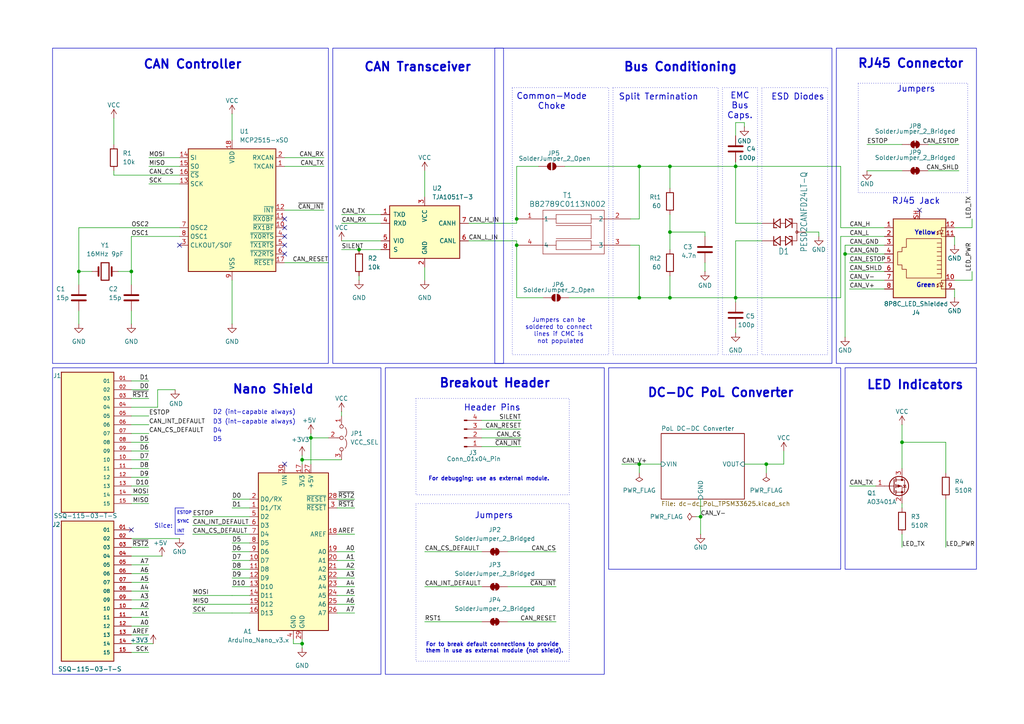
<source format=kicad_sch>
(kicad_sch (version 20250114) (generator "eeschema") (generator_version "9.0")
  (paper "A4")
  (lib_symbols
    (symbol "Connector:8P8C_LED_Shielded" (pin_names (offset 1.016))
      (property "Reference" "J" (at -5.08 13.97 0))
      (property "Value" "8P8C_LED_Shielded" (at 1.27 13.97 0))
      (symbol "8P8C_LED_Shielded_1_1"
        (pin passive line (at -10.16 10.16 0) (length 2.54) (name "~") (number "9"))
        (pin passive line (at -10.16 7.62 0) (length 2.54) (name "~") (number "10"))
        (pin passive line (at -10.16 -5.08 0) (length 2.54) (name "~") (number "11"))
        (pin passive line (at -10.16 -7.62 0) (length 2.54) (name "~") (number "12"))
        (pin passive line (at 0 -12.7 90) (length 2.54) (name "~") (number "SH"))
        (pin passive line (at 10.16 10.16 180) (length 2.54) (name "~") (number "8"))
        (pin passive line (at 10.16 7.62 180) (length 2.54) (name "~") (number "7"))
        (pin passive line (at 10.16 5.08 180) (length 2.54) (name "~") (number "6"))
        (pin passive line (at 10.16 2.54 180) (length 2.54) (name "~") (number "5"))
        (pin passive line (at 10.16 0 180) (length 2.54) (name "~") (number "4"))
        (pin passive line (at 10.16 -2.54 180) (length 2.54) (name "~") (number "3"))
        (pin passive line (at 10.16 -5.08 180) (length 2.54) (name "~") (number "2"))
        (pin passive line (at 10.16 -7.62 180) (length 2.54) (name "~") (number "1"))
      )
    )
    (symbol "Connector:Conn_01x04_Pin" (pin_names (offset 1.016) (hide yes))
      (property "Reference" "J" (at 0 5.08 0))
      (property "Value" "Conn_01x04_Pin" (at 0 -7.62 0))
      (symbol "Conn_01x04_Pin_1_1"
        (pin passive line (at 5.08 2.54 180) (length 3.81) (name "Pin_1") (number "1"))
        (pin passive line (at 5.08 0 180) (length 3.81) (name "Pin_2") (number "2"))
        (pin passive line (at 5.08 -2.54 180) (length 3.81) (name "Pin_3") (number "3"))
        (pin passive line (at 5.08 -5.08 180) (length 3.81) (name "Pin_4") (number "4"))
      )
    )
    (symbol "Device:C" (pin_numbers (hide yes)) (pin_names (offset 0.254))
      (property "Reference" "C" (at 0.635 2.54 0))
      (property "Value" "C" (at 0.635 -2.54 0))
      (symbol "C_1_1"
        (pin passive line (at 0 3.81 270) (length 2.794) (name "~") (number "1"))
        (pin passive line (at 0 -3.81 90) (length 2.794) (name "~") (number "2"))
      )
    )
    (symbol "Device:Crystal" (pin_numbers (hide yes)) (pin_names (offset 1.016) (hide yes))
      (property "Reference" "Y" (at 0 3.81 0))
      (property "Value" "Crystal" (at 0 -3.81 0))
      (symbol "Crystal_1_1"
        (pin passive line (at -3.81 0 0) (length 1.27) (name "1") (number "1"))
        (pin passive line (at 3.81 0 180) (length 1.27) (name "2") (number "2"))
      )
    )
    (symbol "Device:R" (pin_numbers (hide yes)) (pin_names (offset 0))
      (property "Reference" "R" (at 2.032 0 90))
      (property "Value" "R" (at 0 0 90))
      (symbol "R_1_1"
        (pin passive line (at 0 3.81 270) (length 1.27) (name "~") (number "1"))
        (pin passive line (at 0 -3.81 90) (length 1.27) (name "~") (number "2"))
      )
    )
    (symbol "Interface_CAN_LIN:MCP2515-xSO"
      (property "Reference" "U" (at -10.16 19.685 0))
      (property "Value" "MCP2515-xSO" (at 19.05 20.32 0))
      (symbol "MCP2515-xSO_1_1"
        (pin input line (at -15.24 15.24 0) (length 2.54) (name "SI") (number "14"))
        (pin output line (at -15.24 12.7 0) (length 2.54) (name "SO") (number "15"))
        (pin input line (at -15.24 10.16 0) (length 2.54) (name "~{CS}") (number "16"))
        (pin input line (at -15.24 7.62 0) (length 2.54) (name "SCK") (number "13"))
        (pin output line (at -15.24 -5.08 0) (length 2.54) (name "OSC2") (number "7"))
        (pin input line (at -15.24 -7.62 0) (length 2.54) (name "OSC1") (number "8"))
        (pin output line (at -15.24 -10.16 0) (length 2.54) (name "CLKOUT/SOF") (number "3"))
        (pin power_in line (at 0 20.32 270) (length 2.54) (name "VDD") (number "18"))
        (pin power_in line (at 0 -20.32 90) (length 2.54) (name "VSS") (number "9"))
        (pin input line (at 15.24 15.24 180) (length 2.54) (name "RXCAN") (number "2"))
        (pin output line (at 15.24 12.7 180) (length 2.54) (name "TXCAN") (number "1"))
        (pin output line (at 15.24 0 180) (length 2.54) (name "~{INT}") (number "12"))
        (pin output line (at 15.24 -2.54 180) (length 2.54) (name "~{RX0BF}") (number "11"))
        (pin output line (at 15.24 -5.08 180) (length 2.54) (name "~{RX1BF}") (number "10"))
        (pin input line (at 15.24 -7.62 180) (length 2.54) (name "~{TX0RTS}") (number "4"))
        (pin input line (at 15.24 -10.16 180) (length 2.54) (name "~{TX1RTS}") (number "5"))
        (pin input line (at 15.24 -12.7 180) (length 2.54) (name "~{TX2RTS}") (number "6"))
        (pin input line (at 15.24 -15.24 180) (length 2.54) (name "~{RESET}") (number "17"))
      )
    )
    (symbol "Interface_CAN_LIN:TJA1051T-3" (pin_names (offset 1.016))
      (property "Reference" "U" (at -10.16 8.89 0))
      (property "Value" "TJA1051T-3" (at 1.27 8.89 0))
      (symbol "TJA1051T-3_1_1"
        (pin input line (at -12.7 5.08 0) (length 2.54) (name "TXD") (number "1"))
        (pin output line (at -12.7 2.54 0) (length 2.54) (name "RXD") (number "4"))
        (pin power_in line (at -12.7 -2.54 0) (length 2.54) (name "VIO") (number "5"))
        (pin input line (at -12.7 -5.08 0) (length 2.54) (name "S") (number "8"))
        (pin power_in line (at 0 10.16 270) (length 2.54) (name "VCC") (number "3"))
        (pin power_in line (at 0 -10.16 90) (length 2.54) (name "GND") (number "2"))
        (pin bidirectional line (at 12.7 2.54 180) (length 2.54) (name "CANH") (number "7"))
        (pin bidirectional line (at 12.7 -2.54 180) (length 2.54) (name "CANL") (number "6"))
      )
    )
    (symbol "Jumper:Jumper_3_Open" (pin_names (offset 0) (hide yes)) (in_bom no)
      (property "Reference" "JP" (at -2.54 -2.54 0))
      (property "Value" "Jumper_3_Open" (at 0 2.794 0))
      (symbol "Jumper_3_Open_1_1"
        (pin passive line (at -6.35 0 0) (length 2.54) (name "A") (number "1"))
        (pin passive line (at 0 -3.81 90) (length 2.54) (name "C") (number "2"))
        (pin passive line (at 6.35 0 180) (length 2.54) (name "B") (number "3"))
      )
    )
    (symbol "Jumper:SolderJumper_2_Bridged" (pin_numbers (hide yes)) (pin_names (offset 0) (hide yes)) (exclude_from_sim yes) (in_bom no)
      (property "Reference" "JP" (at 0 2.032 0))
      (property "Value" "SolderJumper_2_Bridged" (at 0 -2.54 0))
      (symbol "SolderJumper_2_Bridged_1_1"
        (pin passive line (at -3.81 0 0) (length 2.54) (name "A") (number "1"))
        (pin passive line (at 3.81 0 180) (length 2.54) (name "B") (number "2"))
      )
    )
    (symbol "Jumper:SolderJumper_2_Open" (pin_numbers (hide yes)) (pin_names (offset 0) (hide yes)) (in_bom no)
      (property "Reference" "JP" (at 0 2.032 0))
      (property "Value" "SolderJumper_2_Open" (at 0 -2.54 0))
      (symbol "SolderJumper_2_Open_1_1"
        (pin passive line (at -3.81 0 0) (length 2.54) (name "A") (number "1"))
        (pin passive line (at 3.81 0 180) (length 2.54) (name "B") (number "2"))
      )
    )
    (symbol "MCU_Module:Arduino_Nano_v3.x"
      (property "Reference" "A" (at -10.16 23.495 0))
      (property "Value" "Arduino_Nano_v3.x" (at 5.08 -24.13 0))
      (symbol "Arduino_Nano_v3.x_1_1"
        (pin bidirectional line (at -12.7 15.24 0) (length 2.54) (name "D0/RX") (number "2"))
        (pin bidirectional line (at -12.7 12.7 0) (length 2.54) (name "D1/TX") (number "1"))
        (pin bidirectional line (at -12.7 10.16 0) (length 2.54) (name "D2") (number "5"))
        (pin bidirectional line (at -12.7 7.62 0) (length 2.54) (name "D3") (number "6"))
        (pin bidirectional line (at -12.7 5.08 0) (length 2.54) (name "D4") (number "7"))
        (pin bidirectional line (at -12.7 2.54 0) (length 2.54) (name "D5") (number "8"))
        (pin bidirectional line (at -12.7 0 0) (length 2.54) (name "D6") (number "9"))
        (pin bidirectional line (at -12.7 -2.54 0) (length 2.54) (name "D7") (number "10"))
        (pin bidirectional line (at -12.7 -5.08 0) (length 2.54) (name "D8") (number "11"))
        (pin bidirectional line (at -12.7 -7.62 0) (length 2.54) (name "D9") (number "12"))
        (pin bidirectional line (at -12.7 -10.16 0) (length 2.54) (name "D10") (number "13"))
        (pin bidirectional line (at -12.7 -12.7 0) (length 2.54) (name "D11") (number "14"))
        (pin bidirectional line (at -12.7 -15.24 0) (length 2.54) (name "D12") (number "15"))
        (pin bidirectional line (at -12.7 -17.78 0) (length 2.54) (name "D13") (number "16"))
        (pin power_in line (at -2.54 25.4 270) (length 2.54) (name "VIN") (number "30"))
        (pin power_in line (at 0 -25.4 90) (length 2.54) (name "GND") (number "4"))
        (pin power_out line (at 2.54 25.4 270) (length 2.54) (name "3V3") (number "17"))
        (pin power_in line (at 2.54 -25.4 90) (length 2.54) (name "GND") (number "29"))
        (pin power_out line (at 5.08 25.4 270) (length 2.54) (name "+5V") (number "27"))
        (pin input line (at 12.7 15.24 180) (length 2.54) (name "~{RESET}") (number "28"))
        (pin input line (at 12.7 12.7 180) (length 2.54) (name "~{RESET}") (number "3"))
        (pin input line (at 12.7 5.08 180) (length 2.54) (name "AREF") (number "18"))
        (pin bidirectional line (at 12.7 0 180) (length 2.54) (name "A0") (number "19"))
        (pin bidirectional line (at 12.7 -2.54 180) (length 2.54) (name "A1") (number "20"))
        (pin bidirectional line (at 12.7 -5.08 180) (length 2.54) (name "A2") (number "21"))
        (pin bidirectional line (at 12.7 -7.62 180) (length 2.54) (name "A3") (number "22"))
        (pin bidirectional line (at 12.7 -10.16 180) (length 2.54) (name "A4") (number "23"))
        (pin bidirectional line (at 12.7 -12.7 180) (length 2.54) (name "A5") (number "24"))
        (pin bidirectional line (at 12.7 -15.24 180) (length 2.54) (name "A6") (number "25"))
        (pin bidirectional line (at 12.7 -17.78 180) (length 2.54) (name "A7") (number "26"))
      )
    )
    (symbol "Transistor_FET:AO3401A" (pin_names (hide yes))
      (property "Reference" "Q" (at 5.08 1.905 0))
      (property "Value" "AO3401A" (at 5.08 0 0))
      (symbol "AO3401A_1_1"
        (pin input line (at -5.08 0 0) (length 2.54) (name "G") (number "1"))
        (pin passive line (at 2.54 5.08 270) (length 2.54) (name "D") (number "3"))
        (pin passive line (at 2.54 -5.08 90) (length 2.54) (name "S") (number "2"))
      )
    )
    (symbol "kml-custom:B82789C0113N002" (pin_names (offset 0.254))
      (property "Reference" "U" (at 20.32 7.62 0))
      (property "Value" "B82789C0113N002" (at 20.32 5.08 0))
      (symbol "B82789C0113N002_0_1"
        (pin unspecified line (at 3.81 0 0) (length 7.62) (name "1") (number "1"))
        (pin unspecified line (at 3.81 -7.62 0) (length 7.62) (name "4") (number "4"))
        (pin unspecified line (at 36.83 0 180) (length 7.62) (name "2") (number "2"))
        (pin unspecified line (at 36.83 -7.62 180) (length 7.62) (name "3") (number "3"))
      )
    )
    (symbol "kml-custom:PESD2CANFD24LT-Q"
      (property "Reference" "D1" (at -5.08 5.08 0))
      (property "Value" "PESD2CANFD24LT-Q" (at -5.08 -7.62 0))
      (symbol "PESD2CANFD24LT-Q_1_0"
        (pin passive line (at -7.62 2.54 0) (length 2.54) (name "1") (number "1"))
        (pin passive line (at -7.62 -2.54 0) (length 2.54) (name "2") (number "2"))
        (pin passive line (at 5.08 0 180) (length 2.54) (name "3") (number "3"))
      )
    )
    (symbol "kml-custom:SSQ-115-03-T-S" (pin_names (offset 1.016))
      (property "Reference" "J" (at -8.12 20.32 0))
      (property "Value" "SSQ-115-03-T-S" (at -7.62 -22.86 0))
      (symbol "SSQ-115-03-T-S_0_0"
        (pin passive line (at -12.7 17.78 0) (length 5.08) (name "01") (number "01"))
        (pin passive line (at -12.7 15.24 0) (length 5.08) (name "02") (number "02"))
        (pin passive line (at -12.7 12.7 0) (length 5.08) (name "03") (number "03"))
        (pin passive line (at -12.7 10.16 0) (length 5.08) (name "04") (number "04"))
        (pin passive line (at -12.7 7.62 0) (length 5.08) (name "05") (number "05"))
        (pin passive line (at -12.7 5.08 0) (length 5.08) (name "06") (number "06"))
        (pin passive line (at -12.7 2.54 0) (length 5.08) (name "07") (number "07"))
        (pin passive line (at -12.7 0 0) (length 5.08) (name "08") (number "08"))
        (pin passive line (at -12.7 -2.54 0) (length 5.08) (name "09") (number "09"))
        (pin passive line (at -12.7 -5.08 0) (length 5.08) (name "10") (number "10"))
        (pin passive line (at -12.7 -7.62 0) (length 5.08) (name "11") (number "11"))
        (pin passive line (at -12.7 -10.16 0) (length 5.08) (name "12") (number "12"))
        (pin passive line (at -12.7 -12.7 0) (length 5.08) (name "13") (number "13"))
        (pin passive line (at -12.7 -15.24 0) (length 5.08) (name "14") (number "14"))
        (pin passive line (at -12.7 -17.78 0) (length 5.08) (name "15") (number "15"))
      )
    )
    (symbol "power:+3V3" (power) (pin_numbers (hide yes)) (pin_names (offset 0) (hide yes))
      (property "Value" "+3V3" (at 0 3.556 0))
      (symbol "+3V3_1_1"
        (pin power_in line (at 0 0 90) (length 0) (name "~") (number "1"))
      )
    )
    (symbol "power:+5V" (power) (pin_numbers (hide yes)) (pin_names (offset 0) (hide yes))
      (property "Value" "+5V" (at 0 3.556 0))
      (symbol "+5V_1_1"
        (pin power_in line (at 0 0 90) (length 0) (name "~") (number "1"))
      )
    )
    (symbol "power:GND" (power) (pin_numbers (hide yes)) (pin_names (offset 0) (hide yes))
      (property "Value" "GND" (at 0 -3.81 0))
      (symbol "GND_1_1"
        (pin power_in line (at 0 0 270) (length 0) (name "~") (number "1"))
      )
    )
    (symbol "power:PWR_FLAG" (power) (pin_numbers (hide yes)) (pin_names (offset 0) (hide yes))
      (property "Value" "PWR_FLAG" (at 0 3.81 0))
      (symbol "PWR_FLAG_0_0"
        (pin power_out line (at 0 0 90) (length 0) (name "~") (number "1"))
      )
    )
    (symbol "power:VCC" (power) (pin_numbers (hide yes)) (pin_names (offset 0) (hide yes))
      (property "Value" "VCC" (at 0 3.556 0))
      (symbol "VCC_1_1"
        (pin power_in line (at 0 0 90) (length 0) (name "~") (number "1"))
      )
    )
  )
  (rectangle (start 96.52 13.97) (end 146.05 105.41))
  (rectangle (start 176.53 106.68) (end 243.84 165.1))
  (rectangle (start 143.51 13.97) (end 241.3 105.41))
  (rectangle (start 177.8 25.4) (end 208.28 102.87) (stroke (width 0) (type dot)))
  (rectangle (start 242.57 13.97) (end 283.21 105.41))
  (rectangle (start 148.59 25.4) (end 176.53 102.87) (stroke (width 0) (type dot)))
  (rectangle (start 111.76 106.68) (end 175.26 195.58))
  (rectangle (start 220.98 25.4) (end 240.03 102.87) (stroke (width 0) (type dot)))
  (rectangle (start 245.11 106.68) (end 283.21 165.1))
  (rectangle (start 120.65 115.57) (end 165.1 143.51) (stroke (width 0) (type dot)))
  (rectangle (start 15.24 13.97) (end 95.25 105.41))
  (rectangle (start 15.24 106.68) (end 110.49 195.58))
  (rectangle (start 120.65 146.05) (end 165.1 191.77) (stroke (width 0) (type dot)))
  (rectangle (start 248.92 24.13) (end 280.67 55.88) (stroke (width 0) (type dot)))
  (rectangle (start 209.55 25.4) (end 219.71 102.87) (stroke (width 0) (type dot)))
  (text "Header Pins" (at 142.748 118.364 0) (effects (font (size 1.778 1.778) (thickness 0.2223))))
  (text "EMC\nBus\nCaps." (at 214.63 30.734 0) (effects (font (size 1.778 1.778) (thickness 0.2223))))
  (text "ESTOP" (at 51.308 148.844 0) (effects (font (size 0.889 0.889)) (justify left)))
  (text "For debugging; use as external module." (at 124.206 138.938 0) (effects (font (size 1.143 1.143) (thickness 0.2223)) (justify left)))
  (text "Slice:" (at 44.704 152.654 0) (effects (font (size 1.27 1.27)) (justify left)))
  (text "D5" (at 61.722 127.508 0) (effects (font (size 1.27 1.27)) (justify left)))
  (text "RJ45 Jack" (at 265.684 58.42 0) (effects (font (size 1.778 1.778) (thickness 0.2223))))
  (text "D4" (at 61.722 124.968 0) (effects (font (size 1.27 1.27)) (justify left)))
  (text "Bus Conditioning" (at 197.358 19.558 0) (effects (font (size 2.54 2.54) (thickness 0.508) (bold yes))))
  (text "Breakout Header" (at 143.51 111.252 0) (effects (font (size 2.54 2.54) (thickness 0.508) (bold yes))))
  (text "INT" (at 51.308 154.178 0) (effects (font (size 0.889 0.889)) (justify left)))
  (text "Jumpers" (at 143.256 149.606 0) (effects (font (size 1.778 1.778) (thickness 0.2223))))
  (text "CAN Controller" (at 55.88 18.796 0) (effects (font (size 2.54 2.54) (thickness 0.508) (bold yes))))
  (text "ESD Diodes" (at 231.394 28.194 0) (effects (font (size 1.778 1.778) (thickness 0.2223))))
  (text "For to break default connections to provide\nthem in use as external module (not shield)." (at 123.444 187.96 0) (effects (font (size 1.143 1.143) (thickness 0.2223)) (justify left)))
  (text "D3 (int-capable always)" (at 61.722 122.428 0) (effects (font (size 1.27 1.27)) (justify left)))
  (text "Split Termination" (at 191.008 28.194 0) (effects (font (size 1.778 1.778) (thickness 0.2223))))
  (text "SYNC" (at 51.308 151.384 0) (effects (font (size 0.889 0.889)) (justify left)))
  (text "Jumpers" (at 265.684 25.908 0) (effects (font (size 1.778 1.778) (thickness 0.2223))))
  (text "CAN Transceiver" (at 121.158 19.558 0) (effects (font (size 2.54 2.54) (thickness 0.508) (bold yes))))
  (text "RJ45 Connector" (at 264.16 18.542 0) (effects (font (size 2.54 2.54) (thickness 0.508) (bold yes))))
  (text "LED Indicators" (at 265.43 111.76 0) (effects (font (size 2.54 2.54) (thickness 0.508) (bold yes))))
  (text "CAN-Nano Configuration - Pinout for RJ45 connector\n\n+-----------------------------------------------------+\n| Pin | Signal		| Description                            \n+-----------------------------------------------------+\n| 1   | CAN_H		| CAN_H bus line (dominant high)           \n| 2   | CAN_L		| CAN_L bus line (dominant low)          \n| 3   | CAN_GND		| Ground / 0 V / V-                      \n| 4   | -			| SYNC pin connected to MCU                              \n| 5   | -			| ESTOP pin connected to MCU                                 \n| 6   | (CAN_SHLD)	| Optional (selectable*) CAN Shield                      \n| 7   | (GND)     	| VBUS ground                          \n| 8   | (CAN_V+)  	| VBUS +12V or +24V     \n+-----------------------------------------------------+\n\n* Shielding should be selectable as sometimes it is desirable to disconnect \n  the shield as it can create ground loops in large or complex setups" (at 300.482 86.36 0) (effects (font (size 1.27 1.27)) (justify left)))
  (text "Yellow" (at 265.176 68.326 0) (effects (font (size 1.27 1.27) (bold yes)) (justify left bottom)))
  (text "D2 (int-capable always)" (at 61.722 119.634 0) (effects (font (size 1.27 1.27)) (justify left)))
  (text "DC-DC PoL Converter" (at 209.042 114.046 0) (effects (font (size 2.54 2.54) (thickness 0.508) (bold yes))))
  (text "Jumpers can be \nsoldered to connect \nlines if CMC is \nnot populated" (at 162.56 96.012 0) (effects (font (size 1.27 1.27))))
  (text "Common-Mode\nChoke" (at 160.02 29.464 0) (effects (font (size 1.778 1.778) (thickness 0.2223))))
  (text "Table 7 - Pinout for RJ45 connector\n\n+----------------------------------------------------+\n| Pin | Signal		| Description                            \n+----------------------------------------------------+\n| 1   | CAN_H		| CAN_H bus line (dominant high)           \n| 2   | CAN_L		| CAN_L bus line (dominant low)          \n| 3   | CAN_GND		| Ground / 0 V / V-                      \n| 4   | -			| Reserved                               \n| 5   | -			| Reserved                                  \n| 6   | (CAN_SHLD)	| Optional CAN Shield                      \n| 7   | (GND)     	| Optional ground                          \n| 8   | (CAN_V+)  	| Optional CAN external positive supply     \n+----------------------------------------------------+\n\n© CiA 2017 - All rights reserved\n" (at 300.482 42.164 0) (effects (font (size 1.27 1.27)) (justify left)))
  (text "Nano Shield" (at 79.248 113.03 0) (effects (font (size 2.54 2.54) (thickness 0.508) (bold yes))))
  (text "Green" (at 265.684 83.566 0) (effects (font (size 1.27 1.27) (bold yes)) (justify left bottom)))
  (junction (at 87.63 133.35))
  (junction (at 185.42 86.36))
  (junction (at 194.31 48.26))
  (junction (at 261.62 128.27))
  (junction (at 90.17 127))
  (junction (at 245.11 73.66))
  (junction (at 213.36 48.26))
  (junction (at 149.86 63.5))
  (junction (at 104.14 72.39))
  (junction (at 87.63 186.69))
  (junction (at 222.25 134.62))
  (junction (at 22.86 78.74))
  (junction (at 194.31 86.36))
  (junction (at 185.42 48.26))
  (junction (at 149.86 71.12))
  (junction (at 213.36 86.36))
  (junction (at 38.1 78.74))
  (junction (at 185.42 134.62))
  (junction (at 194.31 67.31))
  (junction (at 203.2 149.86))
  (no_connect (at 82.55 71.12))
  (no_connect (at 38.1 153.67))
  (no_connect (at 266.7 60.96))
  (no_connect (at 82.55 66.04))
  (no_connect (at 82.55 73.66))
  (no_connect (at 82.55 134.62))
  (no_connect (at 82.55 68.58))
  (no_connect (at 82.55 63.5))
  (no_connect (at 52.07 71.12))
  (wire (pts (xy 246.38 83.82) (xy 256.54 83.82)))
  (wire (pts (xy 38.1 158.75) (xy 43.18 158.75)))
  (wire (pts (xy 43.18 45.72) (xy 52.07 45.72)))
  (wire (pts (xy 22.86 90.17) (xy 22.86 93.98)))
  (wire (pts (xy 245.11 71.12) (xy 256.54 71.12)))
  (wire (pts (xy 261.62 128.27) (xy 261.62 135.89)))
  (wire (pts (xy 246.38 81.28) (xy 256.54 81.28)))
  (wire (pts (xy 104.14 72.39) (xy 110.49 72.39)))
  (wire (pts (xy 102.87 175.26) (xy 97.79 175.26)))
  (wire (pts (xy 194.31 67.31) (xy 194.31 72.39)))
  (polyline (pts (xy 50.8 154.94) (xy 50.8 147.32)))
  (wire (pts (xy 237.49 68.58) (xy 237.49 67.31)))
  (wire (pts (xy 269.24 41.91) (xy 278.13 41.91)) (stroke (width 0.1524)))
  (wire (pts (xy 213.36 48.26) (xy 213.36 46.99)))
  (wire (pts (xy 43.18 48.26) (xy 52.07 48.26)))
  (wire (pts (xy 261.62 123.19) (xy 261.62 128.27)))
  (wire (pts (xy 43.18 120.65) (xy 38.1 120.65)))
  (wire (pts (xy 87.63 133.35) (xy 87.63 134.62)))
  (wire (pts (xy 213.36 69.85) (xy 220.98 69.85)))
  (wire (pts (xy 99.06 62.23) (xy 110.49 62.23)))
  (wire (pts (xy 261.62 146.05) (xy 261.62 147.32)))
  (wire (pts (xy 149.86 48.26) (xy 149.86 63.5)))
  (wire (pts (xy 38.1 82.55) (xy 38.1 78.74)))
  (wire (pts (xy 38.1 90.17) (xy 38.1 93.98)))
  (wire (pts (xy 33.02 50.8) (xy 52.07 50.8)))
  (wire (pts (xy 90.17 127) (xy 90.17 134.62)))
  (wire (pts (xy 102.87 154.94) (xy 97.79 154.94)))
  (wire (pts (xy 102.87 172.72) (xy 97.79 172.72)))
  (wire (pts (xy 87.63 133.35) (xy 99.06 133.35)))
  (wire (pts (xy 102.87 162.56) (xy 97.79 162.56)))
  (wire (pts (xy 67.31 165.1) (xy 72.39 165.1)))
  (wire (pts (xy 185.42 63.5) (xy 182.88 63.5)))
  (wire (pts (xy 43.18 140.97) (xy 38.1 140.97)))
  (wire (pts (xy 55.88 172.72) (xy 67.31 172.72)) (stroke (width 0.1524)))
  (wire (pts (xy 38.1 161.29) (xy 46.99 161.29)))
  (wire (pts (xy 204.47 67.31) (xy 204.47 68.58)))
  (wire (pts (xy 85.09 186.69) (xy 85.09 185.42)))
  (wire (pts (xy 185.42 71.12) (xy 185.42 86.36)))
  (wire (pts (xy 139.7 170.18) (xy 123.19 170.18)) (stroke (width 0.1524)))
  (wire (pts (xy 87.63 132.08) (xy 87.63 133.35)))
  (polyline (pts (xy 50.8 147.32) (xy 53.34 147.32)))
  (wire (pts (xy 274.32 144.78) (xy 274.32 158.75)))
  (wire (pts (xy 55.88 175.26) (xy 67.31 175.26)) (stroke (width 0.1524)))
  (wire (pts (xy 276.86 71.12) (xy 276.86 68.58)))
  (wire (pts (xy 43.18 128.27) (xy 38.1 128.27)))
  (wire (pts (xy 147.32 170.18) (xy 161.29 170.18)) (stroke (width 0.1524)))
  (wire (pts (xy 276.86 86.36) (xy 276.86 83.82)))
  (wire (pts (xy 22.86 78.74) (xy 22.86 82.55)) (stroke (width 0.1524)))
  (wire (pts (xy 261.62 128.27) (xy 274.32 128.27)))
  (wire (pts (xy 215.9 35.56) (xy 215.9 36.83)))
  (wire (pts (xy 102.87 177.8) (xy 97.79 177.8)))
  (wire (pts (xy 243.84 68.58) (xy 243.84 86.36)))
  (wire (pts (xy 194.31 80.01) (xy 194.31 86.36)))
  (wire (pts (xy 194.31 67.31) (xy 204.47 67.31)))
  (wire (pts (xy 149.86 63.5) (xy 149.86 64.77)))
  (wire (pts (xy 102.87 165.1) (xy 97.79 165.1)))
  (wire (pts (xy 215.9 35.56) (xy 213.36 35.56)))
  (wire (pts (xy 213.36 95.25) (xy 213.36 96.52)))
  (wire (pts (xy 67.31 157.48) (xy 72.39 157.48)))
  (wire (pts (xy 185.42 134.62) (xy 191.77 134.62)))
  (wire (pts (xy 43.18 113.03) (xy 38.1 113.03)))
  (wire (pts (xy 274.32 128.27) (xy 274.32 137.16)))
  (wire (pts (xy 281.94 66.04) (xy 276.86 66.04)))
  (wire (pts (xy 151.13 121.92) (xy 139.7 121.92)))
  (polyline (pts (xy 53.34 154.94) (xy 50.8 154.94)))
  (wire (pts (xy 43.18 176.53) (xy 38.1 176.53)))
  (wire (pts (xy 243.84 66.04) (xy 256.54 66.04)))
  (wire (pts (xy 204.47 76.2) (xy 204.47 78.74)))
  (wire (pts (xy 55.88 152.4) (xy 72.39 152.4)))
  (wire (pts (xy 22.86 66.04) (xy 52.07 66.04)) (stroke (width 0.1524)))
  (wire (pts (xy 185.42 86.36) (xy 194.31 86.36)))
  (wire (pts (xy 104.14 81.28) (xy 104.14 80.01)))
  (wire (pts (xy 185.42 71.12) (xy 182.88 71.12)))
  (wire (pts (xy 45.72 113.03) (xy 45.72 118.11)))
  (wire (pts (xy 43.18 166.37) (xy 38.1 166.37)))
  (wire (pts (xy 67.31 177.8) (xy 72.39 177.8)))
  (wire (pts (xy 139.7 180.34) (xy 123.19 180.34)) (stroke (width 0.1524)))
  (wire (pts (xy 147.32 160.02) (xy 161.29 160.02)) (stroke (width 0.1524)))
  (wire (pts (xy 194.31 62.23) (xy 194.31 67.31)))
  (wire (pts (xy 67.31 167.64) (xy 72.39 167.64)))
  (wire (pts (xy 163.83 48.26) (xy 185.42 48.26)))
  (wire (pts (xy 203.2 149.86) (xy 203.2 144.78)))
  (wire (pts (xy 222.25 137.16) (xy 222.25 134.62)))
  (wire (pts (xy 67.31 172.72) (xy 72.39 172.72)))
  (wire (pts (xy 90.17 127) (xy 95.25 127)))
  (wire (pts (xy 43.18 125.73) (xy 38.1 125.73)))
  (wire (pts (xy 261.62 154.94) (xy 261.62 158.75)))
  (wire (pts (xy 194.31 86.36) (xy 213.36 86.36)))
  (wire (pts (xy 43.18 173.99) (xy 38.1 173.99)))
  (wire (pts (xy 67.31 33.02) (xy 67.31 40.64)))
  (wire (pts (xy 269.24 49.53) (xy 278.13 49.53)) (stroke (width 0.1524)))
  (wire (pts (xy 43.18 163.83) (xy 38.1 163.83)))
  (wire (pts (xy 185.42 48.26) (xy 185.42 63.5)))
  (wire (pts (xy 55.88 177.8) (xy 67.31 177.8)) (stroke (width 0.1524)))
  (wire (pts (xy 67.31 162.56) (xy 72.39 162.56)))
  (wire (pts (xy 95.25 76.2) (xy 82.55 76.2)))
  (wire (pts (xy 135.89 64.77) (xy 149.86 64.77)))
  (wire (pts (xy 261.62 49.53) (xy 251.46 49.53)) (stroke (width 0.1524)))
  (wire (pts (xy 213.36 64.77) (xy 220.98 64.77)))
  (wire (pts (xy 123.19 77.47) (xy 123.19 81.28)))
  (wire (pts (xy 33.02 34.29) (xy 33.02 41.91)))
  (wire (pts (xy 99.06 72.39) (xy 104.14 72.39)))
  (wire (pts (xy 99.06 64.77) (xy 110.49 64.77)))
  (wire (pts (xy 55.88 149.86) (xy 72.39 149.86)))
  (wire (pts (xy 38.1 186.69) (xy 44.45 186.69)))
  (wire (pts (xy 43.18 133.35) (xy 38.1 133.35)))
  (wire (pts (xy 38.1 78.74) (xy 34.29 78.74)))
  (wire (pts (xy 245.11 73.66) (xy 245.11 71.12)))
  (wire (pts (xy 38.1 68.58) (xy 38.1 78.74)) (stroke (width 0.1524)))
  (wire (pts (xy 245.11 73.66) (xy 256.54 73.66)))
  (wire (pts (xy 87.63 187.96) (xy 87.63 186.69)))
  (wire (pts (xy 135.89 69.85) (xy 149.86 69.85)))
  (wire (pts (xy 139.7 160.02) (xy 123.19 160.02)) (stroke (width 0.1524)))
  (wire (pts (xy 281.94 81.28) (xy 276.86 81.28)))
  (wire (pts (xy 227.33 130.81) (xy 227.33 134.62)))
  (wire (pts (xy 50.8 113.03) (xy 45.72 113.03)))
  (wire (pts (xy 149.86 69.85) (xy 149.86 71.12)))
  (wire (pts (xy 102.87 147.32) (xy 97.79 147.32)))
  (wire (pts (xy 246.38 76.2) (xy 256.54 76.2)))
  (wire (pts (xy 213.36 48.26) (xy 243.84 48.26)))
  (wire (pts (xy 201.93 149.86) (xy 203.2 149.86)))
  (wire (pts (xy 227.33 134.62) (xy 222.25 134.62)))
  (wire (pts (xy 82.55 45.72) (xy 93.98 45.72)))
  (wire (pts (xy 147.32 180.34) (xy 161.29 180.34)) (stroke (width 0.1524)))
  (wire (pts (xy 149.86 71.12) (xy 149.86 86.36)))
  (wire (pts (xy 149.86 86.36) (xy 157.48 86.36)))
  (wire (pts (xy 149.86 48.26) (xy 156.21 48.26)))
  (wire (pts (xy 246.38 140.97) (xy 254 140.97)))
  (wire (pts (xy 85.09 186.69) (xy 87.63 186.69)))
  (wire (pts (xy 43.18 53.34) (xy 52.07 53.34)))
  (wire (pts (xy 67.31 144.78) (xy 72.39 144.78)))
  (wire (pts (xy 38.1 189.23) (xy 43.18 189.23)))
  (wire (pts (xy 90.17 125.73) (xy 90.17 127)))
  (wire (pts (xy 82.55 48.26) (xy 93.98 48.26)))
  (wire (pts (xy 93.98 60.96) (xy 82.55 60.96)))
  (wire (pts (xy 43.18 138.43) (xy 38.1 138.43)))
  (wire (pts (xy 67.31 160.02) (xy 72.39 160.02)))
  (wire (pts (xy 33.02 49.53) (xy 33.02 50.8)))
  (wire (pts (xy 151.13 127) (xy 139.7 127)))
  (wire (pts (xy 55.88 154.94) (xy 72.39 154.94)))
  (wire (pts (xy 213.36 86.36) (xy 243.84 86.36)))
  (wire (pts (xy 43.18 130.81) (xy 38.1 130.81)))
  (wire (pts (xy 43.18 181.61) (xy 38.1 181.61)))
  (wire (pts (xy 151.13 129.54) (xy 139.7 129.54)))
  (wire (pts (xy 243.84 66.04) (xy 243.84 48.26)))
  (wire (pts (xy 38.1 123.19) (xy 43.18 123.19)))
  (wire (pts (xy 246.38 78.74) (xy 256.54 78.74)))
  (wire (pts (xy 43.18 179.07) (xy 38.1 179.07)))
  (wire (pts (xy 222.25 134.62) (xy 215.9 134.62)))
  (wire (pts (xy 102.87 144.78) (xy 97.79 144.78)))
  (wire (pts (xy 194.31 48.26) (xy 194.31 54.61)))
  (wire (pts (xy 67.31 175.26) (xy 72.39 175.26)))
  (wire (pts (xy 67.31 170.18) (xy 72.39 170.18)))
  (wire (pts (xy 185.42 137.16) (xy 185.42 134.62)))
  (wire (pts (xy 45.72 118.11) (xy 38.1 118.11)))
  (wire (pts (xy 38.1 156.21) (xy 52.07 156.21)))
  (wire (pts (xy 99.06 69.85) (xy 110.49 69.85)))
  (wire (pts (xy 203.2 149.86) (xy 203.2 154.94)))
  (wire (pts (xy 213.36 86.36) (xy 213.36 87.63)))
  (wire (pts (xy 180.34 134.62) (xy 185.42 134.62)))
  (wire (pts (xy 43.18 168.91) (xy 38.1 168.91)))
  (wire (pts (xy 67.31 93.98) (xy 67.31 81.28)))
  (wire (pts (xy 123.19 49.53) (xy 123.19 57.15)))
  (wire (pts (xy 43.18 171.45) (xy 38.1 171.45)))
  (wire (pts (xy 43.18 143.51) (xy 38.1 143.51)))
  (wire (pts (xy 102.87 160.02) (xy 97.79 160.02)))
  (wire (pts (xy 151.13 124.46) (xy 139.7 124.46)))
  (wire (pts (xy 213.36 48.26) (xy 213.36 64.77)))
  (wire (pts (xy 43.18 146.05) (xy 38.1 146.05)))
  (wire (pts (xy 22.86 78.74) (xy 26.67 78.74)) (stroke (width 0.1524)))
  (wire (pts (xy 102.87 170.18) (xy 97.79 170.18)))
  (wire (pts (xy 281.94 63.5) (xy 281.94 66.04)))
  (wire (pts (xy 38.1 68.58) (xy 52.07 68.58)) (stroke (width 0.1524)))
  (wire (pts (xy 99.06 119.38) (xy 99.06 120.65)))
  (wire (pts (xy 245.11 97.79) (xy 245.11 73.66)))
  (wire (pts (xy 87.63 185.42) (xy 87.63 186.69)))
  (wire (pts (xy 213.36 69.85) (xy 213.36 86.36)))
  (wire (pts (xy 38.1 184.15) (xy 43.18 184.15)))
  (wire (pts (xy 67.31 147.32) (xy 72.39 147.32)))
  (wire (pts (xy 243.84 68.58) (xy 256.54 68.58)))
  (wire (pts (xy 194.31 48.26) (xy 213.36 48.26)))
  (wire (pts (xy 165.1 86.36) (xy 185.42 86.36)))
  (wire (pts (xy 281.94 78.74) (xy 281.94 81.28)))
  (wire (pts (xy 43.18 110.49) (xy 38.1 110.49)))
  (wire (pts (xy 213.36 35.56) (xy 213.36 39.37)))
  (wire (pts (xy 261.62 41.91) (xy 251.46 41.91)) (stroke (width 0.1524)))
  (wire (pts (xy 185.42 48.26) (xy 194.31 48.26)))
  (wire (pts (xy 43.18 115.57) (xy 38.1 115.57)))
  (wire (pts (xy 22.86 66.04) (xy 22.86 78.74)) (stroke (width 0.1524)))
  (wire (pts (xy 102.87 167.64) (xy 97.79 167.64)))
  (wire (pts (xy 237.49 67.31) (xy 233.68 67.31)))
  (wire (pts (xy 43.18 135.89) (xy 38.1 135.89)))
  (label "~{RST1}" (at 102.87 147.32 180))
  (label "A0" (at 102.87 160.02 180))
  (label "A1" (at 43.18 179.07 180))
  (label "A3" (at 102.87 167.64 180))
  (label "CAN_GND" (at 246.38 73.66 0) (effects (font (size 1.2446 1.2446))))
  (label "A5" (at 43.18 168.91 180))
  (label "CAN_INT_DEFAULT" (at 55.88 152.4 0) (effects (font (size 1.2446 1.2446))))
  (label "LED_TX" (at 281.94 63.5 90) (effects (font (size 1.2446 1.2446))))
  (label "~{RST2}" (at 102.87 144.78 180))
  (label "CAN_CS_DEFAULT" (at 43.18 125.73 0) (effects (font (size 1.2446 1.2446))))
  (label "CAN_TX" (at 246.38 140.97 0) (effects (font (size 1.2446 1.2446))))
  (label "CAN_INT_DEFAULT" (at 123.19 170.18 0) (effects (font (size 1.2446 1.2446))))
  (label "CAN_RX" (at 93.98 45.72 180) (effects (font (size 1.2446 1.2446))))
  (label "A6" (at 102.87 175.26 180))
  (label "CAN_TX" (at 93.98 48.26 180) (effects (font (size 1.2446 1.2446))))
  (label "A0" (at 43.18 181.61 180))
  (label "D1" (at 43.18 110.49 180))
  (label "LED_PWR" (at 281.94 78.74 90) (effects (font (size 1.2446 1.2446))))
  (label "CAN_GND" (at 246.38 71.12 0) (effects (font (size 1.2446 1.2446))))
  (label "CAN_INT_DEFAULT" (at 43.18 123.19 0) (effects (font (size 1.2446 1.2446))))
  (label "~{CAN_INT}" (at 93.98 60.96 180) (effects (font (size 1.2446 1.2446))))
  (label "ESTOP" (at 55.88 149.86 0))
  (label "D5" (at 43.18 128.27 180))
  (label "CAN_SHLD" (at 278.13 49.53 180) (effects (font (size 1.2446 1.2446))))
  (label "CAN_TX" (at 99.06 62.23 0) (effects (font (size 1.2446 1.2446))))
  (label "CAN_SHLD" (at 246.38 78.74 0) (effects (font (size 1.2446 1.2446))))
  (label "A6" (at 43.18 166.37 180))
  (label "CAN_CS" (at 151.13 127 180) (effects (font (size 1.2446 1.2446))))
  (label "SCK" (at 43.18 53.34 0) (effects (font (size 1.2446 1.2446))))
  (label "A3" (at 43.18 173.99 180))
  (label "AREF" (at 102.87 154.94 180))
  (label "CAN_V+" (at 180.34 134.62 0) (effects (font (size 1.2446 1.2446))))
  (label "D6" (at 43.18 130.81 180))
  (label "D10" (at 67.31 170.18 0))
  (label "OSC1" (at 38.1 68.58 0) (effects (font (size 1.2446 1.2446))))
  (label "A7" (at 102.87 177.8 180))
  (label "A4" (at 102.87 170.18 180))
  (label "D0" (at 67.31 144.78 0))
  (label "CAN_RESET" (at 95.25 76.2 180) (effects (font (size 1.2446 1.2446))))
  (label "SCK" (at 55.88 177.8 0) (effects (font (size 1.2446 1.2446))))
  (label "D7" (at 67.31 162.56 0))
  (label "CAN_H" (at 246.38 66.04 0) (effects (font (size 1.2446 1.2446))))
  (label "MISO" (at 43.18 48.26 0) (effects (font (size 1.2446 1.2446))))
  (label "A1" (at 102.87 162.56 180))
  (label "CAN_L_IN" (at 135.89 69.85 0) (effects (font (size 1.2446 1.2446))))
  (label "CAN_CS" (at 161.29 160.02 180) (effects (font (size 1.2446 1.2446))))
  (label "D10" (at 43.18 140.97 180))
  (label "MOSI" (at 43.18 143.51 180) (effects (font (size 1.2446 1.2446))))
  (label "A2" (at 102.87 165.1 180))
  (label "CAN_ESTOP" (at 246.38 76.2 0) (effects (font (size 1.2446 1.2446))))
  (label "D5" (at 67.31 157.48 0))
  (label "A2" (at 43.18 176.53 180))
  (label "SILENT" (at 99.06 72.39 0) (effects (font (size 1.2446 1.2446))))
  (label "CAN_H_IN" (at 135.89 64.77 0) (effects (font (size 1.2446 1.2446))))
  (label "D0" (at 43.18 113.03 180))
  (label "D8" (at 67.31 165.1 0))
  (label "~{CAN_INT}" (at 161.29 170.18 180) (effects (font (size 1.2446 1.2446))))
  (label "D9" (at 43.18 138.43 180))
  (label "D8" (at 43.18 135.89 180))
  (label "OSC2" (at 38.1 66.04 0) (effects (font (size 1.2446 1.2446))))
  (label "SILENT" (at 151.13 121.92 180) (effects (font (size 1.2446 1.2446))))
  (label "SCK" (at 43.18 189.23 180) (effects (font (size 1.2446 1.2446))))
  (label "CAN_V-" (at 203.2 149.86 0) (effects (font (size 1.2446 1.2446))))
  (label "D6" (at 67.31 160.02 0))
  (label "LED_TX" (at 261.62 158.75 0) (effects (font (size 1.2446 1.2446))))
  (label "MOSI" (at 43.18 45.72 0) (effects (font (size 1.2446 1.2446))))
  (label "CAN_CS_DEFAULT" (at 55.88 154.94 0) (effects (font (size 1.2446 1.2446))))
  (label "A5" (at 102.87 172.72 180))
  (label "AREF" (at 43.18 184.15 180))
  (label "MOSI" (at 55.88 172.72 0) (effects (font (size 1.2446 1.2446))))
  (label "~{RST2}" (at 43.18 158.75 180))
  (label "D9" (at 67.31 167.64 0))
  (label "CAN_ESTOP" (at 278.13 41.91 180) (effects (font (size 1.2446 1.2446))))
  (label "MISO" (at 55.88 175.26 0) (effects (font (size 1.2446 1.2446))))
  (label "ESTOP" (at 43.18 120.65 0))
  (label "CAN_RESET" (at 151.13 124.46 180) (effects (font (size 1.2446 1.2446))))
  (label "D1" (at 67.31 147.32 0))
  (label "CAN_V-" (at 246.38 81.28 0) (effects (font (size 1.2446 1.2446))))
  (label "ESTOP" (at 251.46 41.91 0))
  (label "LED_PWR" (at 274.32 158.75 0) (effects (font (size 1.2446 1.2446))))
  (label "MISO" (at 43.18 146.05 180) (effects (font (size 1.2446 1.2446))))
  (label "A4" (at 43.18 171.45 180))
  (label "~{RST1}" (at 43.18 115.57 180))
  (label "CAN_CS" (at 43.18 50.8 0) (effects (font (size 1.2446 1.2446))))
  (label "RST1" (at 123.19 180.34 0))
  (label "A7" (at 43.18 163.83 180))
  (label "CAN_CS_DEFAULT" (at 123.19 160.02 0) (effects (font (size 1.2446 1.2446))))
  (label "D7" (at 43.18 133.35 180))
  (label "~{CAN_INT}" (at 151.13 129.54 180) (effects (font (size 1.2446 1.2446))))
  (label "CAN_V+" (at 246.38 83.82 0) (effects (font (size 1.2446 1.2446))))
  (label "CAN_L" (at 246.38 68.58 0) (effects (font (size 1.2446 1.2446))))
  (label "CAN_RESET" (at 161.29 180.34 180) (effects (font (size 1.2446 1.2446))))
  (label "CAN_RX" (at 99.06 64.77 0) (effects (font (size 1.2446 1.2446))))
  (symbol (lib_id "Interface_CAN_LIN:TJA1051T-3") (at 123.19 67.31 0) (unit 1)
    (property "Reference" "U2" (at 125.3841 54.61 0) (effects (justify left)))
    (property "Value" "TJA1051T-3" (at 125.3841 57.15 0) (effects (justify left)))
    (property "Footprint" "Package_SO:SOIC-8_3.9x4.9mm_P1.27mm" (effects (hide yes)))
    (property "Datasheet" "http://www.nxp.com/docs/en/data-sheet/TJA1051.pdf" (effects (hide yes)))
    (property "Description" "High-Speed CAN Transceiver, separate VIO, silent mode, SOIC-8" (effects (hide yes)))
  )
  (symbol (lib_id "Jumper:SolderJumper_2_Bridged") (at 143.51 180.34 0) (unit 1) (in_bom no)
    (property "Reference" "JP4" (at 143.51 173.99 0))
    (property "Value" "SolderJumper_2_Bridged" (at 143.51 176.53 0))
    (property "Footprint" "Jumper:SolderJumper-2_P1.3mm_Bridged_RoundedPad1.0x1.5mm" (effects (hide yes)))
    (property "Description" "Solder Jumper, 2-pole, closed/bridged" (effects (hide yes)))
  )
  (symbol (lib_id "Device:R") (at 261.62 151.13 0) (unit 1)
    (property "Reference" "R3" (at 264.16 149.8599 0) (effects (justify left)))
    (property "Value" "510R" (at 264.16 152.3999 0) (effects (justify left)))
    (property "Footprint" "Resistor_SMD:R_0805_2012Metric_Pad1.20x1.40mm_HandSolder" (effects (hide yes)))
    (property "Description" "Resistor" (effects (hide yes)))
  )
  (symbol (lib_id "power:VCC") (at 99.06 119.38 0) (unit 1)
    (property "Reference" "#PWR014" (effects (hide yes)))
    (property "Value" "VCC" (at 99.06 115.57 0))
    (property "Description" "Power symbol creates a global label with name \"VCC\"" (effects (hide yes)))
  )
  (symbol (lib_id "Jumper:SolderJumper_2_Open") (at 161.29 86.36 0) (unit 1) (in_bom no)
    (property "Reference" "JP6" (at 160.02 82.55 0) (effects (justify left)))
    (property "Value" "SolderJumper_2_Open" (at 151.638 84.074 0) (effects (justify left)))
    (property "Footprint" "Jumper:SolderJumper-2_P1.3mm_Open_RoundedPad1.0x1.5mm" (effects (hide yes)))
    (property "Description" "Solder Jumper, 2-pole, open" (effects (hide yes)))
  )
  (symbol (lib_id "Jumper:SolderJumper_2_Bridged") (at 265.43 49.53 0) (unit 1) (in_bom no)
    (property "Reference" "JP9" (at 265.43 44.196 0))
    (property "Value" "SolderJumper_2_Bridged" (at 265.43 45.72 0))
    (property "Footprint" "Jumper:SolderJumper-2_P1.3mm_Bridged_RoundedPad1.0x1.5mm" (effects (hide yes)))
    (property "Description" "Solder Jumper, 2-pole, closed/bridged" (effects (hide yes)))
  )
  (symbol (lib_id "power:GND") (at 251.46 49.53 0) (mirror y) (unit 1)
    (property "Reference" "#PWR025" (effects (hide yes)))
    (property "Value" "GND" (at 251.46 53.34 0))
    (property "Description" "Power symbol creates a global label with name \"GND\" , ground" (effects (hide yes)))
  )
  (symbol (lib_id "power:GND") (at 67.31 93.98 0) (unit 1)
    (property "Reference" "#PWR09" (effects (hide yes)))
    (property "Value" "GND" (at 67.31 99.06 0))
    (property "Description" "Power symbol creates a global label with name \"GND\" , ground" (effects (hide yes)))
  )
  (symbol (lib_id "Transistor_FET:AO3401A") (at 259.08 140.97 0) (unit 1)
    (property "Reference" "Q1" (at 251.46 143.002 0) (effects (justify left)))
    (property "Value" "AO3401A" (at 251.46 145.542 0) (effects (justify left)))
    (property "Footprint" "Package_TO_SOT_SMD:SOT-23" (effects (hide yes)))
    (property "Datasheet" "http://www.aosmd.com/pdfs/datasheet/AO3401A.pdf" (effects (hide yes)))
    (property "Description" "-4.0A Id, -30V Vds, P-Channel MOSFET, SOT-23" (effects (hide yes)))
  )
  (symbol (lib_id "power:GND") (at 87.63 187.96 0) (unit 1)
    (property "Reference" "#PWR011" (effects (hide yes)))
    (property "Value" "GND" (at 87.63 193.04 0))
    (property "Description" "Power symbol creates a global label with name \"GND\" , ground" (effects (hide yes)))
  )
  (symbol (lib_id "power:VCC") (at 67.31 33.02 0) (unit 1)
    (property "Reference" "#PWR08" (effects (hide yes)))
    (property "Value" "VCC" (at 67.31 29.21 0))
    (property "Description" "Power symbol creates a global label with name \"VCC\"" (effects (hide yes)))
  )
  (symbol (lib_id "Device:R") (at 194.31 58.42 0) (mirror y) (unit 1)
    (property "Reference" "Rt1" (at 191.77 57.1499 0) (effects (justify left)))
    (property "Value" "60" (at 191.77 59.6899 0) (effects (justify left)))
    (property "Footprint" "Resistor_SMD:R_0603_1608Metric_Pad0.98x0.95mm_HandSolder" (effects (hide yes)))
    (property "Description" "Resistor" (effects (hide yes)))
  )
  (symbol (lib_id "power:GND") (at 104.14 81.28 0) (unit 1)
    (property "Reference" "#PWR015" (effects (hide yes)))
    (property "Value" "GND" (at 104.14 86.36 0))
    (property "Description" "Power symbol creates a global label with name \"GND\" , ground" (effects (hide yes)))
  )
  (symbol (lib_id "power:GND") (at 50.8 113.03 0) (mirror y) (unit 1)
    (property "Reference" "#PWR06" (effects (hide yes)))
    (property "Value" "GND" (at 51.054 117.094 0))
    (property "Description" "Power symbol creates a global label with name \"GND\" , ground" (effects (hide yes)))
  )
  (symbol (lib_id "power:GND") (at 123.19 81.28 0) (unit 1)
    (property "Reference" "#PWR017" (effects (hide yes)))
    (property "Value" "GND" (at 123.19 86.36 0))
    (property "Description" "Power symbol creates a global label with name \"GND\" , ground" (effects (hide yes)))
  )
  (symbol (lib_id "kml-custom:SSQ-115-03-T-S") (at 25.4 128.27 0) (mirror y) (unit 1)
    (property "Reference" "J1" (at 17.78 108.966 0) (effects (justify left)))
    (property "Value" "SSQ-115-03-T-S" (at 34.036 149.606 0) (effects (justify left)))
    (property "Footprint" "kml-custom:SAMTEC_SSQ-115-03-T-S" (effects (hide yes)))
    (property "PARTREV" "R" (effects (hide yes)))
    (property "STANDARD" "Manufacturer Recommendations" (effects (hide yes)))
    (property "MANUFACTURER" "Samtec" (effects (hide yes)))
  )
  (symbol (lib_id "power:PWR_FLAG") (at 222.25 137.16 180) (unit 1)
    (property "Reference" "#FLG04" (effects (hide yes)))
    (property "Value" "PWR_FLAG" (at 222.25 142.24 0))
    (property "Description" "Special symbol for telling ERC where power comes from" (effects (hide yes)))
  )
  (symbol (lib_id "power:VCC") (at 99.06 69.85 0) (unit 1)
    (property "Reference" "#PWR013" (effects (hide yes)))
    (property "Value" "VCC" (at 99.06 66.04 0))
    (property "Description" "Power symbol creates a global label with name \"VCC\"" (effects (hide yes)))
  )
  (symbol (lib_id "Device:R") (at 194.31 76.2 0) (mirror y) (unit 1)
    (property "Reference" "Rt2" (at 191.77 74.9299 0) (effects (justify left)))
    (property "Value" "60" (at 191.77 77.4699 0) (effects (justify left)))
    (property "Footprint" "Resistor_SMD:R_0603_1608Metric_Pad0.98x0.95mm_HandSolder" (effects (hide yes)))
    (property "Description" "Resistor" (effects (hide yes)))
  )
  (symbol (lib_id "Device:R") (at 274.32 140.97 0) (unit 1)
    (property "Reference" "R4" (at 276.86 139.6999 0) (effects (justify left)))
    (property "Value" "510R" (at 276.86 142.2399 0) (effects (justify left)))
    (property "Footprint" "Resistor_SMD:R_0805_2012Metric_Pad1.20x1.40mm_HandSolder" (effects (hide yes)))
    (property "Description" "Resistor" (effects (hide yes)))
  )
  (symbol (lib_id "Device:C") (at 38.1 86.36 0) (unit 1)
    (property "Reference" "C2" (at 31.496 83.82 0) (effects (justify left)))
    (property "Value" "15p" (at 31.496 86.36 0) (effects (justify left)))
    (property "Footprint" "Capacitor_SMD:C_0603_1608Metric_Pad1.08x0.95mm_HandSolder" (effects (hide yes)))
    (property "Description" "Unpolarized capacitor" (effects (hide yes)))
  )
  (symbol (lib_id "power:GND") (at 203.2 154.94 0) (mirror y) (unit 1)
    (property "Reference" "#PWR018" (effects (hide yes)))
    (property "Value" "GND" (at 203.2 158.75 0))
    (property "Description" "Power symbol creates a global label with name \"GND\" , ground" (effects (hide yes)))
  )
  (symbol (lib_id "power:GND") (at 52.07 156.21 0) (mirror y) (unit 1)
    (property "Reference" "#PWR07" (effects (hide yes)))
    (property "Value" "GND" (at 52.07 160.02 0))
    (property "Description" "Power symbol creates a global label with name \"GND\" , ground" (effects (hide yes)))
  )
  (symbol (lib_id "power:GND") (at 38.1 93.98 0) (unit 1)
    (property "Reference" "#PWR03" (effects (hide yes)))
    (property "Value" "GND" (at 38.1 99.06 0))
    (property "Description" "Power symbol creates a global label with name \"GND\" , ground" (effects (hide yes)))
  )
  (symbol (lib_id "power:GND") (at 22.86 93.98 0) (unit 1)
    (property "Reference" "#PWR01" (effects (hide yes)))
    (property "Value" "GND" (at 22.86 99.06 0))
    (property "Description" "Power symbol creates a global label with name \"GND\" , ground" (effects (hide yes)))
  )
  (symbol (lib_id "power:GND") (at 204.47 78.74 0) (unit 1)
    (property "Reference" "#PWR019" (effects (hide yes)))
    (property "Value" "GND" (at 204.47 82.804 0))
    (property "Description" "Power symbol creates a global label with name \"GND\" , ground" (effects (hide yes)))
  )
  (symbol (lib_id "MCU_Module:Arduino_Nano_v3.x") (at 85.09 160.02 0) (unit 1) (on_board no)
    (property "Reference" "A1" (at 70.612 183.134 0) (effects (justify left)))
    (property "Value" "Arduino_Nano_v3.x" (at 66.04 185.674 0) (effects (justify left)))
    (property "Footprint" "Module:Arduino_Nano" (effects (hide yes)))
    (property "Datasheet" "http://www.mouser.com/pdfdocs/Gravitech_Arduino_Nano3_0.pdf" (effects (hide yes)))
    (property "Description" "Arduino Nano v3.x" (effects (hide yes)))
  )
  (symbol (lib_id "power:VCC") (at 261.62 123.19 0) (unit 1)
    (property "Reference" "#PWR026" (effects (hide yes)))
    (property "Value" "VCC" (at 261.62 119.38 0))
    (property "Description" "Power symbol creates a global label with name \"VCC\"" (effects (hide yes)))
  )
  (symbol (lib_id "power:VCC") (at 227.33 130.81 0) (unit 1)
    (property "Reference" "#PWR022" (effects (hide yes)))
    (property "Value" "VCC" (at 227.33 127 0))
    (property "Description" "Power symbol creates a global label with name \"VCC\"" (effects (hide yes)))
  )
  (symbol (lib_id "power:GND") (at 237.49 68.58 0) (mirror y) (unit 1)
    (property "Reference" "#PWR023" (effects (hide yes)))
    (property "Value" "GND" (at 237.49 72.39 0))
    (property "Description" "Power symbol creates a global label with name \"GND\" , ground" (effects (hide yes)))
  )
  (symbol (lib_id "power:GND") (at 213.36 96.52 0) (unit 1)
    (property "Reference" "#PWR020" (effects (hide yes)))
    (property "Value" "GND" (at 213.36 101.6 0))
    (property "Description" "Power symbol creates a global label with name \"GND\" , ground" (effects (hide yes)))
  )
  (symbol (lib_id "Jumper:SolderJumper_2_Bridged") (at 143.51 170.18 0) (unit 1) (in_bom no)
    (property "Reference" "JP3" (at 143.51 163.83 0))
    (property "Value" "SolderJumper_2_Bridged" (at 143.51 166.37 0))
    (property "Footprint" "Jumper:SolderJumper-2_P1.3mm_Bridged_RoundedPad1.0x1.5mm" (effects (hide yes)))
    (property "Description" "Solder Jumper, 2-pole, closed/bridged" (effects (hide yes)))
  )
  (symbol (lib_id "power:GND") (at 276.86 71.12 0) (mirror y) (unit 1)
    (property "Reference" "#PWR027" (effects (hide yes)))
    (property "Value" "GND" (at 276.86 74.93 0))
    (property "Description" "Power symbol creates a global label with name \"GND\" , ground" (effects (hide yes)))
  )
  (symbol (lib_id "power:+5V") (at 46.99 161.29 0) (unit 1)
    (property "Reference" "#PWR05" (effects (hide yes)))
    (property "Value" "+5V" (at 46.482 157.48 0))
    (property "Description" "Power symbol creates a global label with name \"+5V\"" (effects (hide yes)))
  )
  (symbol (lib_id "Device:R") (at 104.14 76.2 0) (unit 1)
    (property "Reference" "R2" (at 106.68 74.9299 0) (effects (justify left)))
    (property "Value" "10k" (at 106.68 77.4699 0) (effects (justify left)))
    (property "Footprint" "Resistor_SMD:R_0805_2012Metric_Pad1.20x1.40mm_HandSolder" (effects (hide yes)))
    (property "Description" "Resistor" (effects (hide yes)))
  )
  (symbol (lib_id "Device:C") (at 204.47 72.39 0) (unit 1)
    (property "Reference" "C3" (at 198.12 71.628 0) (effects (justify left)))
    (property "Value" "4.7n" (at 197.612 74.168 0) (effects (justify left)))
    (property "Footprint" "Capacitor_SMD:C_0805_2012Metric_Pad1.18x1.45mm_HandSolder" (effects (hide yes)))
    (property "Description" "Unpolarized capacitor" (effects (hide yes)))
  )
  (symbol (lib_id "power:+3V3") (at 87.63 132.08 0) (unit 1)
    (property "Reference" "#PWR010" (effects (hide yes)))
    (property "Value" "+3V3" (at 87.122 127.508 0))
    (property "Description" "Power symbol creates a global label with name \"+3V3\"" (effects (hide yes)))
  )
  (symbol (lib_id "power:+3V3") (at 44.45 186.69 0) (unit 1)
    (property "Reference" "#PWR04" (effects (hide yes)))
    (property "Value" "+3V3" (at 40.386 185.674 0))
    (property "Description" "Power symbol creates a global label with name \"+3V3\"" (effects (hide yes)))
  )
  (symbol (lib_id "kml-custom:PESD2CANFD24LT-Q") (at 228.6 67.31 0) (unit 1)
    (property "Reference" "D1" (at 227.33 72.898 0) (effects (font (size 1.778 1.5113))))
    (property "Value" "PESD2CANFD24LT-Q" (at 233.172 61.468 90) (effects (font (size 1.778 1.5113))))
    (property "Footprint" "Package_TO_SOT_SMD:TSOT-23" (effects (hide yes)))
  )
  (symbol (lib_id "power:GND") (at 276.86 86.36 0) (mirror y) (unit 1)
    (property "Reference" "#PWR028" (effects (hide yes)))
    (property "Value" "GND" (at 276.86 90.17 0))
    (property "Description" "Power symbol creates a global label with name \"GND\" , ground" (effects (hide yes)))
  )
  (symbol (lib_id "power:VCC") (at 123.19 49.53 0) (unit 1)
    (property "Reference" "#PWR016" (effects (hide yes)))
    (property "Value" "VCC" (at 123.19 45.72 0))
    (property "Description" "Power symbol creates a global label with name \"VCC\"" (effects (hide yes)))
  )
  (symbol (lib_id "kml-custom:SSQ-115-03-T-S") (at 25.4 171.45 0) (mirror y) (unit 1)
    (property "Reference" "J2" (at 17.526 152.146 0) (effects (justify left)))
    (property "Value" "SSQ-115-03-T-S" (at 35.306 194.056 0) (effects (justify left)))
    (property "Footprint" "kml-custom:SAMTEC_SSQ-115-03-T-S" (effects (hide yes)))
    (property "PARTREV" "R" (effects (hide yes)))
    (property "STANDARD" "Manufacturer Recommendations" (effects (hide yes)))
    (property "MANUFACTURER" "Samtec" (effects (hide yes)))
  )
  (symbol (lib_id "kml-custom:B82789C0113N002") (at 146.05 63.5 0) (unit 1)
    (property "Reference" "T1" (at 164.592 56.642 0) (effects (font (size 1.524 1.524))))
    (property "Value" "B82789C0113N002" (at 164.592 59.182 0) (effects (font (size 1.524 1.524))))
    (property "Footprint" "kml-custom:SMT_13N002_TDK" (effects (hide yes)))
    (property "Datasheet" "B82789C0113N002" (effects (hide yes)))
  )
  (symbol (lib_id "Device:C") (at 22.86 86.36 0) (unit 1)
    (property "Reference" "C1" (at 16.256 83.82 0) (effects (justify left)))
    (property "Value" "15p" (at 16.256 86.36 0) (effects (justify left)))
    (property "Footprint" "Capacitor_SMD:C_0603_1608Metric_Pad1.08x0.95mm_HandSolder" (effects (hide yes)))
    (property "Description" "Unpolarized capacitor" (effects (hide yes)))
  )
  (symbol (lib_id "Device:C") (at 213.36 91.44 0) (mirror y) (unit 1)
    (property "Reference" "C5" (at 218.948 91.694 0) (effects (justify left)))
    (property "Value" "100p" (at 218.948 94.234 0) (effects (justify left)))
    (property "Footprint" "Capacitor_SMD:C_0603_1608Metric_Pad1.08x0.95mm_HandSolder" (effects (hide yes)))
    (property "Description" "Unpolarized capacitor" (effects (hide yes)))
  )
  (symbol (lib_id "power:+5V") (at 90.17 125.73 0) (unit 1)
    (property "Reference" "#PWR012" (effects (hide yes)))
    (property "Value" "+5V" (at 89.662 121.92 0))
    (property "Description" "Power symbol creates a global label with name \"+5V\"" (effects (hide yes)))
  )
  (symbol (lib_id "Jumper:SolderJumper_2_Bridged") (at 143.51 160.02 0) (unit 1) (in_bom no)
    (property "Reference" "JP2" (at 143.51 153.67 0))
    (property "Value" "SolderJumper_2_Bridged" (at 143.51 156.21 0))
    (property "Footprint" "Jumper:SolderJumper-2_P1.3mm_Bridged_RoundedPad1.0x1.5mm" (effects (hide yes)))
    (property "Description" "Solder Jumper, 2-pole, closed/bridged" (effects (hide yes)))
  )
  (symbol (lib_id "power:VCC") (at 33.02 34.29 0) (unit 1)
    (property "Reference" "#PWR02" (effects (hide yes)))
    (property "Value" "VCC" (at 33.02 30.48 0))
    (property "Description" "Power symbol creates a global label with name \"VCC\"" (effects (hide yes)))
  )
  (symbol (lib_id "Device:Crystal") (at 30.48 78.74 0) (unit 1)
    (property "Reference" "Y1" (at 30.48 71.12 0))
    (property "Value" "16MHz 9pF" (at 30.48 73.66 0))
    (property "Footprint" "Crystal:Crystal_SMD_3225-4Pin_3.2x2.5mm_HandSoldering" (effects (hide yes)))
    (property "Description" "Two pin crystal" (effects (hide yes)))
  )
  (symbol (lib_id "power:PWR_FLAG") (at 185.42 137.16 180) (unit 1)
    (property "Reference" "#FLG02" (effects (hide yes)))
    (property "Value" "PWR_FLAG" (at 185.42 142.24 0))
    (property "Description" "Special symbol for telling ERC where power comes from" (effects (hide yes)))
  )
  (symbol (lib_id "Jumper:SolderJumper_2_Bridged") (at 265.43 41.91 0) (unit 1) (in_bom no)
    (property "Reference" "JP8" (at 265.43 36.576 0))
    (property "Value" "SolderJumper_2_Bridged" (at 265.43 38.1 0))
    (property "Footprint" "Jumper:SolderJumper-2_P1.3mm_Bridged_RoundedPad1.0x1.5mm" (effects (hide yes)))
    (property "Description" "Solder Jumper, 2-pole, closed/bridged" (effects (hide yes)))
  )
  (symbol (lib_id "Jumper:SolderJumper_2_Open") (at 160.02 48.26 0) (unit 1) (in_bom no)
    (property "Reference" "JP5" (at 158.75 44.45 0) (effects (justify left)))
    (property "Value" "SolderJumper_2_Open" (at 150.368 45.974 0) (effects (justify left)))
    (property "Footprint" "Jumper:SolderJumper-2_P1.3mm_Open_RoundedPad1.0x1.5mm" (effects (hide yes)))
    (property "Description" "Solder Jumper, 2-pole, open" (effects (hide yes)))
  )
  (symbol (lib_id "Jumper:Jumper_3_Open") (at 99.06 127 270) (unit 1) (in_bom no)
    (property "Reference" "JP1" (at 101.6 125.7299 90) (effects (justify left)))
    (property "Value" "VCC_SEL" (at 101.6 128.2699 90) (effects (justify left)))
    (property "Footprint" "Jumper:SolderJumper-3_P1.3mm_Open_RoundedPad1.0x1.5mm" (effects (hide yes)))
    (property "Description" "Jumper, 3-pole, both open" (effects (hide yes)))
  )
  (symbol (lib_id "power:PWR_FLAG") (at 201.93 149.86 90) (unit 1)
    (property "Reference" "#FLG03" (effects (hide yes)))
    (property "Value" "PWR_FLAG" (at 198.12 149.8599 90) (effects (justify left)))
    (property "Description" "Special symbol for telling ERC where power comes from" (effects (hide yes)))
  )
  (symbol (lib_id "Connector:8P8C_LED_Shielded") (at 266.7 73.66 180) (unit 1)
    (property "Reference" "J4" (at 265.684 90.678 0))
    (property "Value" "8P8C_LED_Shielded" (at 265.684 88.138 0))
    (property "Footprint" "kml-custom:25015504-RJ45" (effects (hide yes)))
    (property "Description" "RJ connector, 8P8C (8 positions 8 connected), two LEDs, RJ45, Shielded" (effects (hide yes)))
  )
  (symbol (lib_id "Interface_CAN_LIN:MCP2515-xSO") (at 67.31 60.96 0) (unit 1)
    (property "Reference" "U1" (at 69.5041 38.1 0) (effects (justify left)))
    (property "Value" "MCP2515-xSO" (at 69.5041 40.64 0) (effects (justify left)))
    (property "Footprint" "Package_SO:SOIC-18W_7.5x11.6mm_P1.27mm" (effects (hide yes)))
    (property "Datasheet" "http://ww1.microchip.com/downloads/en/DeviceDoc/21801e.pdf" (effects (hide yes)))
    (property "Description" "Stand-Alone CAN Controller with SPI Interface, SOIC-18" (effects (hide yes)))
  )
  (symbol (lib_id "Device:C") (at 213.36 43.18 0) (mirror y) (unit 1)
    (property "Reference" "C4" (at 219.202 43.18 0) (effects (justify left)))
    (property "Value" "100p" (at 219.202 45.72 0) (effects (justify left)))
    (property "Footprint" "Capacitor_SMD:C_0603_1608Metric_Pad1.08x0.95mm_HandSolder" (effects (hide yes)))
    (property "Description" "Unpolarized capacitor" (effects (hide yes)))
  )
  (symbol (lib_id "power:GND") (at 215.9 36.83 0) (unit 1)
    (property "Reference" "#PWR021" (effects (hide yes)))
    (property "Value" "GND" (at 215.9 40.894 0))
    (property "Description" "Power symbol creates a global label with name \"GND\" , ground" (effects (hide yes)))
  )
  (symbol (lib_id "power:GND") (at 245.11 97.79 0) (mirror y) (unit 1)
    (property "Reference" "#PWR024" (effects (hide yes)))
    (property "Value" "GND" (at 245.11 101.6 0))
    (property "Description" "Power symbol creates a global label with name \"GND\" , ground" (effects (hide yes)))
  )
  (symbol (lib_id "Device:R") (at 33.02 45.72 0) (unit 1)
    (property "Reference" "R1" (at 35.56 44.4499 0) (effects (justify left)))
    (property "Value" "10k" (at 35.56 46.9899 0) (effects (justify left)))
    (property "Footprint" "Resistor_SMD:R_0805_2012Metric_Pad1.20x1.40mm_HandSolder" (effects (hide yes)))
    (property "Description" "Resistor" (effects (hide yes)))
  )
  (symbol (lib_id "Connector:Conn_01x04_Pin") (at 134.62 127 0) (mirror x) (unit 1)
    (property "Reference" "J3" (at 137.16 131.318 0))
    (property "Value" "Conn_01x04_Pin" (at 137.414 133.096 0))
    (property "Footprint" "Connector_PinHeader_2.54mm:PinHeader_1x04_P2.54mm_Horizontal" (effects (hide yes)))
    (property "Description" "Generic connector, single row, 01x04, script generated" (effects (hide yes)))
  )
  (sheet (at 191.77 125.73) (size 24.13 19.05) (stroke (width 0.1524))
    (property "Sheetname" "PoL DC-DC Converter" (at 191.77 125.0184 0) (effects (justify left bottom)))
    (property "Sheetfile" "dc-dc_PoL_TPSM33625.kicad_sch" (at 191.77 145.3646 0) (effects (justify left top)))
    (pin "GND" input (at 203.2 144.78 270))
    (pin "VIN" input (at 191.77 134.62 180))
    (pin "VOUT" input (at 215.9 134.62 0))
  )
)
</source>
